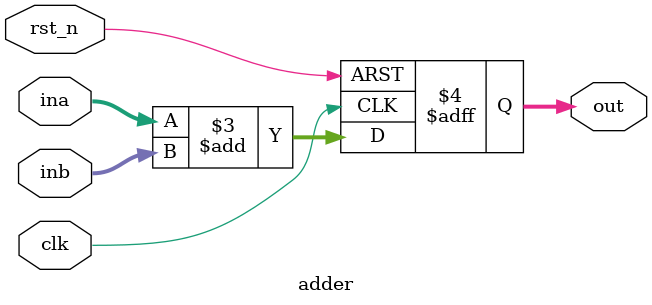
<source format=v>


//--------------------------------------------------------------------------
// Include File
//--------------------------------------------------------------------------

//--------------------------------------------------------------------------
// Module
//--------------------------------------------------------------------------
module adder (
//--------------------------------------------------------------------------
// Port
//--------------------------------------------------------------------------
    input  wire        clk,
    input  wire        rst_n,
    input  wire [7:0]  ina,
    input  wire [7:0]  inb,
    output reg  [8:0]  out
);

//--------------------------------------------------------------------------
// Design: adder
//--------------------------------------------------------------------------
always @(posedge clk or negedge rst_n) begin
    if (!rst_n)
        out <= 8'h00;
    else
        out <= ina + inb;
end

endmodule
//--------------------------------------------------------------------------

</source>
